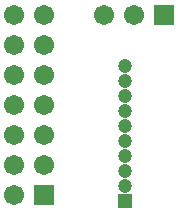
<source format=gbs>
%FSDAX24Y24*%
%MOIN*%
%SFA1B1*%

%IPPOS*%
%ADD19C,0.067100*%
%ADD20R,0.067100X0.067100*%
%ADD21R,0.047400X0.047400*%
%ADD22C,0.047400*%
%ADD23R,0.067100X0.067100*%
%LNprogrammer-1*%
%LPD*%
G54D19*
X000800Y007400D03*
X001800D03*
X000800Y006400D03*
X001800D03*
X000800Y005400D03*
X001800D03*
X000800Y004400D03*
X001800D03*
X000800Y003400D03*
X001800D03*
X000800Y002400D03*
X001800D03*
X000800Y001400D03*
X004800Y007400D03*
X003800D03*
G54D20*
X001800Y001400D03*
G54D21*
X004500Y001200D03*
G54D22*
X004500Y001700D03*
Y002200D03*
Y002700D03*
Y003200D03*
Y003700D03*
Y004200D03*
Y004700D03*
Y005200D03*
Y005700D03*
G54D23*
X005800Y007400D03*
M02*
</source>
